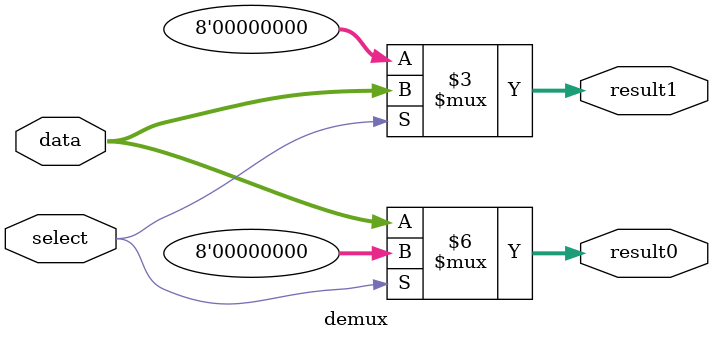
<source format=v>
module demux(
    input [7:0] data,
    input select,
    output reg [7:0] result0,
    output reg [7:0] result1);

    always @(select or data) begin
        if (select) begin
            result0 = 0;
            result1 = data;
        end else begin
            result0 = data;
            result1 = 0;
        end
    end
endmodule
</source>
